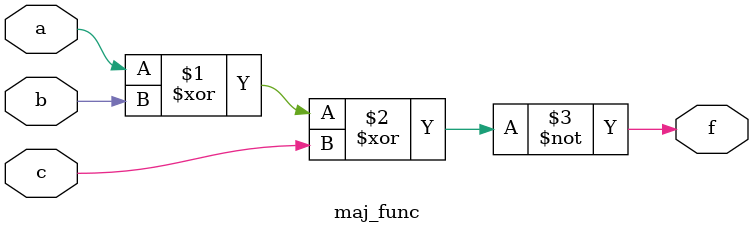
<source format=v>
module maj_func(
input a,b,c,
output f
);
assign f=~(a^b^c);
endmodule
</source>
